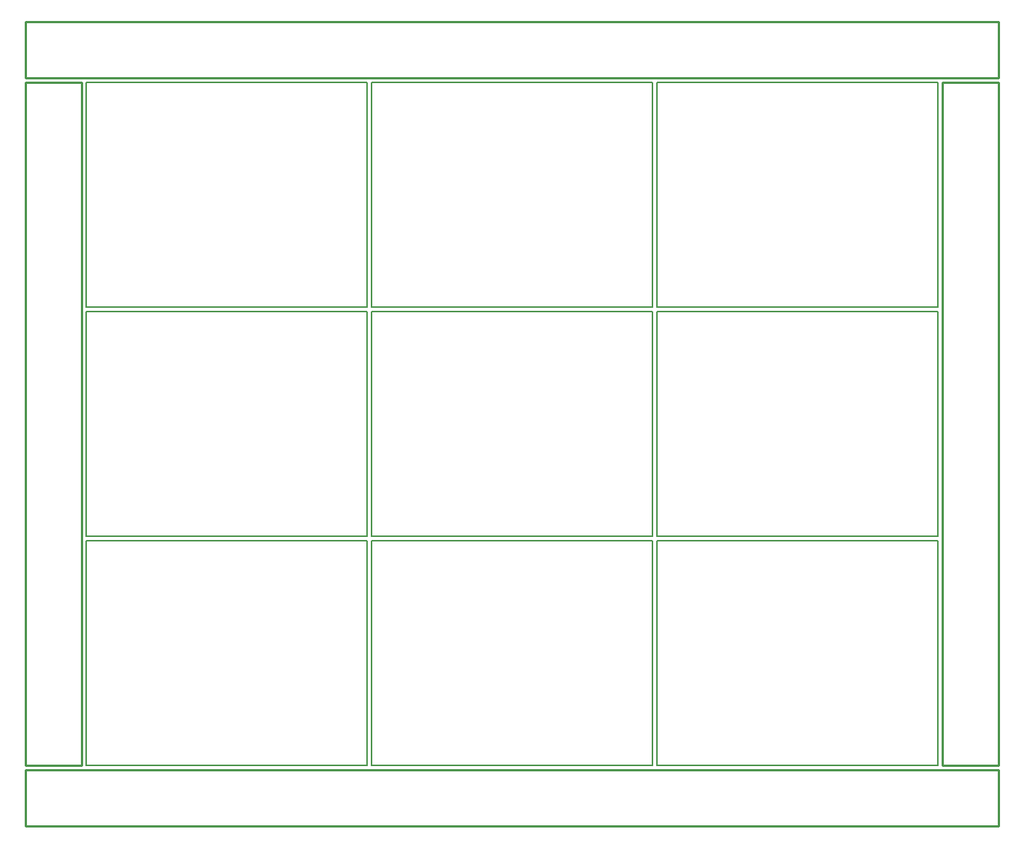
<source format=gko>
G75*
%MOIN*%
%OFA0B0*%
%FSLAX25Y25*%
%IPPOS*%
%LPD*%
%AMOC8*
5,1,8,0,0,1.08239X$1,22.5*
%
%ADD10C,0.00800*%
%ADD11C,0.01000*%
D10*
X0028500Y0028500D02*
X0028500Y0128500D01*
X0153500Y0128500D01*
X0153500Y0028500D01*
X0028500Y0028500D01*
X0028500Y0130500D02*
X0028500Y0230500D01*
X0153500Y0230500D01*
X0153500Y0130500D01*
X0028500Y0130500D01*
X0028500Y0232500D02*
X0028500Y0332500D01*
X0153500Y0332500D01*
X0153500Y0232500D01*
X0028500Y0232500D01*
X0155500Y0232500D02*
X0155500Y0332500D01*
X0280500Y0332500D01*
X0280500Y0232500D01*
X0155500Y0232500D01*
X0155500Y0230500D02*
X0155500Y0130500D01*
X0280500Y0130500D01*
X0280500Y0230500D01*
X0155500Y0230500D01*
X0155500Y0128500D02*
X0155500Y0028500D01*
X0280500Y0028500D01*
X0280500Y0128500D01*
X0155500Y0128500D01*
X0282500Y0128500D02*
X0282500Y0028500D01*
X0407500Y0028500D01*
X0407500Y0128500D01*
X0282500Y0128500D01*
X0282500Y0130500D02*
X0282500Y0230500D01*
X0407500Y0230500D01*
X0407500Y0130500D01*
X0282500Y0130500D01*
X0282500Y0232500D02*
X0282500Y0332500D01*
X0407500Y0332500D01*
X0407500Y0232500D01*
X0282500Y0232500D01*
D11*
X0001500Y0026500D02*
X0001500Y0001500D01*
X0434500Y0001500D01*
X0434500Y0026500D01*
X0001500Y0026500D01*
X0001500Y0028500D02*
X0001500Y0332500D01*
X0026500Y0332500D01*
X0026500Y0028500D01*
X0001500Y0028500D01*
X0001500Y0334500D02*
X0001500Y0359500D01*
X0434500Y0359500D01*
X0434500Y0334500D01*
X0001500Y0334500D01*
X0409500Y0332500D02*
X0409500Y0028500D01*
X0434500Y0028500D01*
X0434500Y0332500D01*
X0409500Y0332500D01*
M02*

</source>
